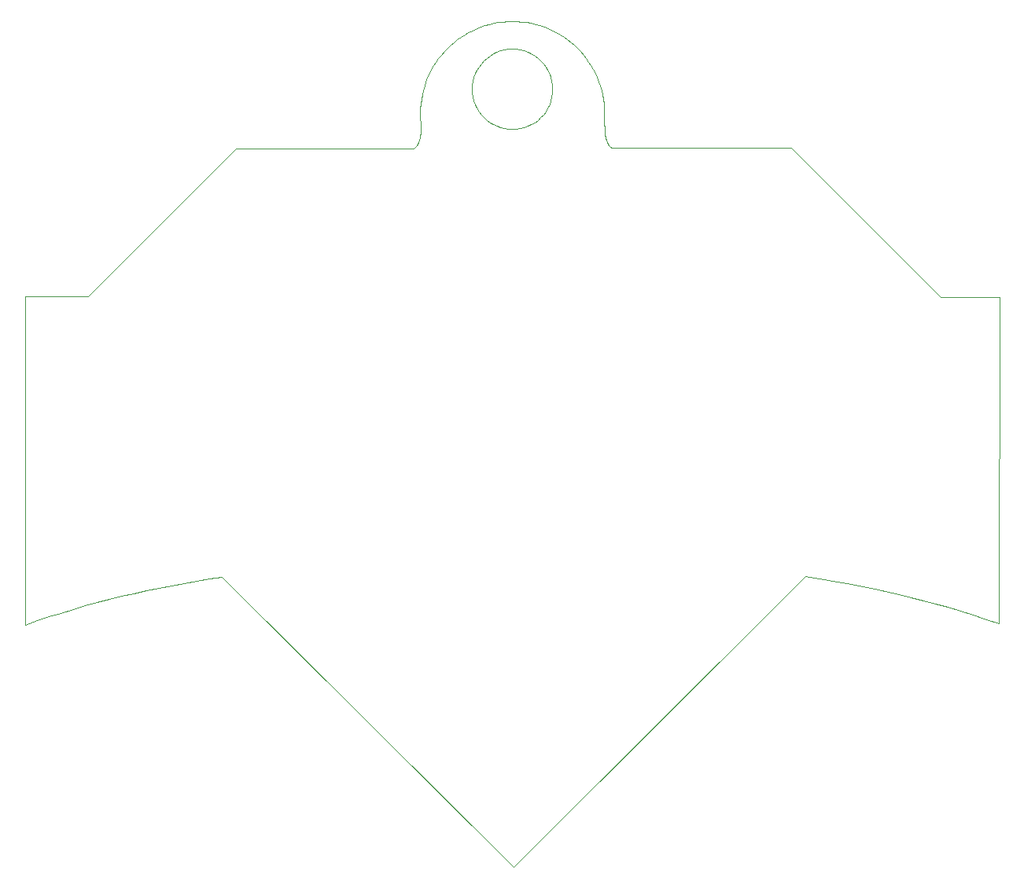
<source format=gbr>
%TF.GenerationSoftware,KiCad,Pcbnew,7.0.6*%
%TF.CreationDate,2023-08-09T23:01:59-05:00*%
%TF.ProjectId,BlueTeamCon_Main,426c7565-5465-4616-9d43-6f6e5f4d6169,rev?*%
%TF.SameCoordinates,Original*%
%TF.FileFunction,Profile,NP*%
%FSLAX46Y46*%
G04 Gerber Fmt 4.6, Leading zero omitted, Abs format (unit mm)*
G04 Created by KiCad (PCBNEW 7.0.6) date 2023-08-09 23:01:59*
%MOMM*%
%LPD*%
G01*
G04 APERTURE LIST*
%TA.AperFunction,Profile*%
%ADD10C,0.100000*%
%TD*%
G04 APERTURE END LIST*
D10*
X148245200Y-66202000D02*
X147847000Y-66344700D01*
X150837300Y-63046500D02*
X150734000Y-63457600D01*
X142335000Y-63046500D02*
X142272100Y-62625300D01*
X154231700Y-58511500D02*
X154525800Y-58885800D01*
X149992900Y-55507160D02*
X150442800Y-55684570D01*
X156566700Y-66986900D02*
X156656100Y-67490200D01*
X149939600Y-59449300D02*
X150193000Y-59791600D01*
X146142900Y-57883900D02*
X146586100Y-57861600D01*
X148627600Y-58372300D02*
X148991300Y-58589900D01*
X178115100Y-114642100D02*
X146712500Y-146044900D01*
X109875300Y-115656400D02*
X108523200Y-115923100D01*
X157001800Y-68298600D02*
X157131500Y-68443800D01*
X141046500Y-56598100D02*
X141448500Y-56340400D01*
X136655700Y-67477200D02*
X136692900Y-67228500D01*
X146076300Y-54918840D02*
X146586200Y-54905950D01*
X143639800Y-55351390D02*
X144110000Y-55217880D01*
X115360500Y-114743300D02*
X113977800Y-114948700D01*
X152125800Y-56598100D02*
X152514300Y-56874300D01*
X156494200Y-64813900D02*
X156496800Y-65889600D01*
X145325300Y-66344700D02*
X144927100Y-66202000D01*
X136170700Y-68478800D02*
X136315700Y-68318800D01*
X147847000Y-66344700D02*
X147435900Y-66448000D01*
X149532500Y-55351390D02*
X149992900Y-55507160D01*
X148583000Y-55107240D02*
X149062300Y-55217880D01*
X136691100Y-64304100D02*
X136729300Y-63800900D01*
X192136000Y-117640900D02*
X190808000Y-117282500D01*
X136678200Y-64813900D02*
X136678200Y-64813900D01*
X149939600Y-64944300D02*
X149651600Y-65262300D01*
X142250900Y-62196800D02*
X142273300Y-61753500D01*
X151308900Y-56101800D02*
X151723800Y-56340400D01*
X150442800Y-55684570D02*
X150881700Y-55882980D01*
X150193000Y-64602000D02*
X149939600Y-64944300D01*
X145297000Y-58056500D02*
X145712400Y-57949600D01*
X138112600Y-59676300D02*
X138370300Y-59274300D01*
X157131500Y-68443800D02*
X157281500Y-68561000D01*
X146586100Y-66532000D02*
X146157700Y-66510800D01*
X150837300Y-61347100D02*
X150900200Y-61768300D01*
X144519700Y-58384800D02*
X144898700Y-58202200D01*
X150734000Y-63457600D02*
X150591400Y-63855800D01*
X142979300Y-64602000D02*
X142761600Y-64238200D01*
X136678200Y-64813900D02*
X136678200Y-64813900D01*
X139580200Y-57807900D02*
X139924300Y-57479900D01*
X150410700Y-60155400D02*
X150591400Y-60537800D01*
X144110000Y-55217880D02*
X144589400Y-55107240D01*
X150921400Y-62196800D02*
X150921400Y-62196800D01*
X192679000Y-84604800D02*
X199050000Y-84604800D01*
X150900200Y-62625300D02*
X150837300Y-63046500D01*
X142580900Y-63855800D02*
X142438300Y-63457600D01*
X136713600Y-65877700D02*
X136690300Y-65332600D01*
X156496800Y-65889600D02*
X156517500Y-66446300D01*
X155517100Y-60518400D02*
X155715500Y-60957300D01*
X137655200Y-60518400D02*
X137874000Y-60091200D01*
X147435900Y-57945600D02*
X147847000Y-58048900D01*
X100898200Y-84503700D02*
X116812400Y-68583100D01*
X148095100Y-55020110D02*
X148583000Y-55107240D01*
X144898700Y-58202200D02*
X145297000Y-58056500D01*
X139924300Y-57479900D02*
X140283800Y-57168400D01*
X111235200Y-115405200D02*
X109875300Y-115656400D01*
X140658100Y-56874300D02*
X141046500Y-56598100D01*
X150193000Y-59791600D02*
X150410700Y-60155400D01*
X144927100Y-66202000D02*
X144544700Y-66021300D01*
X199000000Y-119800000D02*
X197594000Y-119314700D01*
X136715800Y-66969500D02*
X136728600Y-66429800D01*
X142445800Y-60907600D02*
X142591600Y-60509300D01*
X146157700Y-66510800D02*
X145736400Y-66448000D01*
X176648700Y-68574800D02*
X192679000Y-84604800D01*
X147014600Y-57882800D02*
X147435900Y-57945600D01*
X142729500Y-55684570D02*
X143179500Y-55507160D01*
X185621000Y-116047800D02*
X183089100Y-115530700D01*
X149062300Y-55217880D02*
X149532500Y-55351390D01*
X147096000Y-54918840D02*
X147599200Y-54957100D01*
X155715500Y-60957300D02*
X155893000Y-61407200D01*
X142591600Y-60509300D02*
X142774100Y-60130400D01*
X141863400Y-56101800D02*
X142290700Y-55882980D01*
X155893000Y-61407200D02*
X156048700Y-61867600D01*
X149333600Y-58843300D02*
X149651600Y-59131300D01*
X197594000Y-119314700D02*
X196206000Y-118857500D01*
X107178900Y-116205300D02*
X105842400Y-116503100D01*
X147014600Y-66510800D02*
X146586100Y-66532000D01*
X153592200Y-57807900D02*
X153920300Y-58152000D01*
X142290700Y-55882980D02*
X142729500Y-55684570D01*
X152888600Y-57168400D02*
X153248100Y-57479900D01*
X136692900Y-67228500D02*
X136715800Y-66969500D01*
X136792400Y-63305000D02*
X136879500Y-62817100D01*
X135996800Y-68613700D02*
X136170700Y-68478800D01*
X156481300Y-64304100D02*
X156494200Y-64813900D01*
X150921400Y-62196800D02*
X150921400Y-62196800D01*
X144162300Y-58601900D02*
X144519700Y-58384800D01*
X156517500Y-66446300D02*
X156566700Y-66986900D01*
X149651600Y-65262300D02*
X149333600Y-65550300D01*
X150900200Y-61768300D02*
X150921400Y-62196800D01*
X188192000Y-116628100D02*
X185621000Y-116047800D01*
X108523200Y-115923100D02*
X107178900Y-116205300D01*
X138646600Y-58885800D02*
X138940700Y-58511500D01*
X194834000Y-118427100D02*
X193477000Y-118022000D01*
X136690300Y-65332600D02*
X136678200Y-64813900D01*
X146586100Y-57861600D02*
X147014600Y-57882800D01*
X145573100Y-54957100D02*
X146076300Y-54918840D01*
X97989800Y-118623000D02*
X96709180Y-119032700D01*
X137456800Y-60957300D02*
X137655200Y-60518400D01*
X144180900Y-65803700D02*
X143838600Y-65550300D01*
X144589400Y-55107240D02*
X145077300Y-55020110D01*
X142774100Y-60130400D02*
X142991300Y-59772900D01*
X147435900Y-66448000D02*
X147014600Y-66510800D01*
X149333600Y-65550300D02*
X148991300Y-65803700D01*
X151723800Y-56340400D02*
X152125800Y-56598100D01*
X142272100Y-62625300D02*
X142250900Y-62196800D01*
X149651600Y-59131300D02*
X149939600Y-59449300D01*
X101880100Y-117491100D02*
X100575300Y-117852300D01*
X153920300Y-58152000D02*
X154231700Y-58511500D01*
X136879500Y-62817100D02*
X136990100Y-62337800D01*
X155059800Y-59676300D02*
X155298300Y-60091200D01*
X112602700Y-115169300D02*
X111235200Y-115405200D01*
X199050000Y-84604800D02*
X199000000Y-119800000D01*
X145077300Y-55020110D02*
X145573100Y-54957100D01*
X183089100Y-115530700D02*
X180589400Y-115065800D01*
X100575300Y-117852300D02*
X99278500Y-118229500D01*
X155298300Y-60091200D02*
X155517100Y-60518400D01*
X136729300Y-63800900D02*
X136792400Y-63305000D01*
X150881700Y-55882980D02*
X151308900Y-56101800D01*
X138370300Y-59274300D02*
X138646600Y-58885800D01*
X147847000Y-58048900D02*
X148245200Y-58191600D01*
X137123600Y-61867600D02*
X137279400Y-61407200D01*
X145736400Y-66448000D02*
X145325300Y-66344700D01*
X156292900Y-62817100D02*
X156380000Y-63305000D01*
X143520700Y-59131300D02*
X143828500Y-58851500D01*
X156182200Y-62337800D02*
X156292900Y-62817100D01*
X94122020Y-84503700D02*
X100898200Y-84503700D01*
X99278500Y-118229500D02*
X97989800Y-118623000D01*
X150591400Y-60537800D02*
X150734000Y-60936000D01*
X113977800Y-114948700D02*
X112602700Y-115169300D01*
X148245200Y-58191600D02*
X148627600Y-58372300D01*
X138940700Y-58511500D02*
X139252100Y-58152000D01*
X142991300Y-59772900D02*
X143240900Y-59439200D01*
X189494000Y-116945300D02*
X188192000Y-116628100D01*
X139252100Y-58152000D02*
X139580200Y-57807900D01*
X96709180Y-119032700D02*
X95436780Y-119458700D01*
X136528900Y-67933400D02*
X136601900Y-67712900D01*
X136728600Y-66429800D02*
X136713600Y-65877700D01*
X143520700Y-65262300D02*
X143232700Y-64944300D01*
X146586200Y-54905950D02*
X147096000Y-54918840D01*
X136678200Y-64813900D02*
X136691100Y-64304100D01*
X137874000Y-60091200D02*
X138112600Y-59676300D01*
X156797300Y-67934500D02*
X156890900Y-68127900D01*
X156890900Y-68127900D02*
X157001800Y-68298600D01*
X140283800Y-57168400D02*
X140658100Y-56874300D01*
X103192900Y-117145900D02*
X101880100Y-117491100D01*
X104513700Y-116816600D02*
X103192900Y-117145900D01*
X193477000Y-118022000D02*
X192136000Y-117640900D01*
X148627600Y-66021300D02*
X148245200Y-66202000D01*
X144544700Y-66021300D02*
X144180900Y-65803700D01*
X150410700Y-64238200D02*
X150193000Y-64602000D01*
X141448500Y-56340400D02*
X141863400Y-56101800D01*
X156048700Y-61867600D02*
X156182200Y-62337800D01*
X145712400Y-57949600D02*
X146142900Y-57883900D01*
X156719500Y-67721000D02*
X156797300Y-67934500D01*
X150591400Y-63855800D02*
X150410700Y-64238200D01*
X105842400Y-116503100D02*
X104513700Y-116816600D01*
X137279400Y-61407200D02*
X137456800Y-60957300D01*
X143838600Y-65550300D02*
X143520700Y-65262300D01*
X142339000Y-61323100D02*
X142445800Y-60907600D01*
X142273300Y-61753500D02*
X142339000Y-61323100D01*
X154802000Y-59274300D02*
X155059800Y-59676300D01*
X148991300Y-58589900D02*
X149333600Y-58843300D01*
X142438300Y-63457600D02*
X142335000Y-63046500D01*
X136990100Y-62337800D02*
X137123600Y-61867600D01*
X156380000Y-63305000D02*
X156443000Y-63800900D01*
X94172590Y-119901200D02*
X94122020Y-84503700D01*
X136434300Y-68136200D02*
X136528900Y-67933400D01*
X143240900Y-59439200D02*
X143520700Y-59131300D01*
X157281500Y-68561000D02*
X176648700Y-68574800D01*
X147599200Y-54957100D02*
X148095100Y-55020110D01*
X143179500Y-55507160D02*
X143639800Y-55351390D01*
X143232700Y-64944300D02*
X142979300Y-64602000D01*
X152514300Y-56874300D02*
X152888600Y-57168400D01*
X156656100Y-67490200D02*
X156719500Y-67721000D01*
X136601900Y-67712900D02*
X136655700Y-67477200D01*
X116812400Y-68583100D02*
X135996800Y-68613700D01*
X150921400Y-62196800D02*
X150900200Y-62625300D01*
X196206000Y-118857500D02*
X194834000Y-118427100D01*
X180589400Y-115065800D02*
X178115100Y-114642100D01*
X142761600Y-64238200D02*
X142580900Y-63855800D01*
X190808000Y-117282500D02*
X189494000Y-116945300D01*
X153248100Y-57479900D02*
X153592200Y-57807900D01*
X148991300Y-65803700D02*
X148627600Y-66021300D01*
X154525800Y-58885800D02*
X154802000Y-59274300D01*
X136315700Y-68318800D02*
X136434300Y-68136200D01*
X146712500Y-146044900D02*
X115360500Y-114743300D01*
X150734000Y-60936000D02*
X150837300Y-61347100D01*
X95436780Y-119458700D02*
X94172590Y-119901200D01*
X143828500Y-58851500D02*
X144162300Y-58601900D01*
X156443000Y-63800900D02*
X156481300Y-64304100D01*
M02*

</source>
